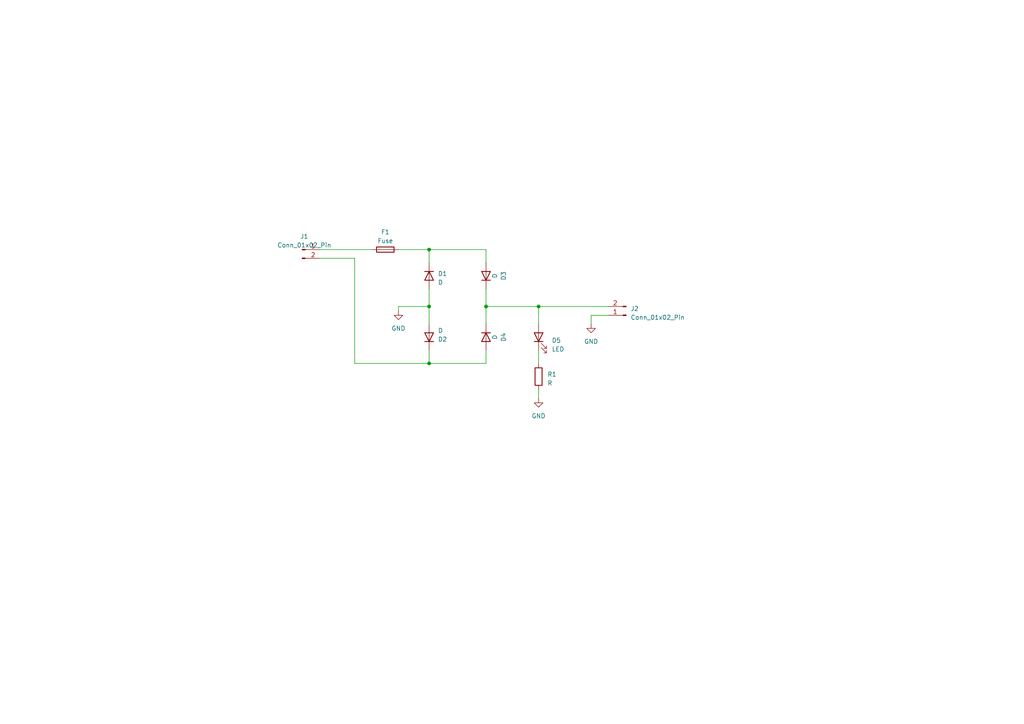
<source format=kicad_sch>
(kicad_sch (version 20230121) (generator eeschema)
  (paper "A4")
  (lib_symbols
    (symbol "Connector:Conn_01x02_Pin" (pin_names (offset 1.016) hide)
      (property "Reference" "J" (at 0 2.54 0))
      (property "Value" "Conn_01x02_Pin" (at 0 -5.08 0))
      (symbol "Conn_01x02_Pin_1_1"
        (polyline (pts (xy 1.27 -2.54) (xy 0.8636 -2.54)) (stroke (width 0.1524)))
        (polyline (pts (xy 1.27 0) (xy 0.8636 0)) (stroke (width 0.1524)))
        (rectangle (start 0.8636 -2.413) (end 0 -2.667) (stroke (width 0.1524)) (fill (type outline)))
        (rectangle (start 0.8636 0.127) (end 0 -0.127) (stroke (width 0.1524)) (fill (type outline)))
        (pin passive line (at 5.08 0 180) (length 3.81) (name "Pin_1") (number "1"))
        (pin passive line (at 5.08 -2.54 180) (length 3.81) (name "Pin_2") (number "2"))
      )
    )
    (symbol "Device:D" (pin_numbers hide) (pin_names (offset 1.016) hide)
      (property "Reference" "D" (at 0 2.54 0))
      (property "Value" "D" (at 0 -2.54 0))
      (symbol "D_0_1"
        (polyline (pts (xy -1.27 1.27) (xy -1.27 -1.27)) (stroke (width 0.254)))
        (polyline (pts (xy 1.27 0) (xy -1.27 0)))
        (polyline (pts (xy 1.27 1.27) (xy 1.27 -1.27) (xy -1.27 0) (xy 1.27 1.27)) (stroke (width 0.254)))
      )
      (symbol "D_1_1"
        (pin passive line (at -3.81 0 0) (length 2.54) (name "K") (number "1"))
        (pin passive line (at 3.81 0 180) (length 2.54) (name "A") (number "2"))
      )
    )
    (symbol "Device:Fuse" (pin_numbers hide) (pin_names (offset 0))
      (property "Reference" "F" (at 2.032 0 90))
      (property "Value" "Fuse" (at -1.905 0 90))
      (symbol "Fuse_0_1"
        (rectangle (start -0.762 -2.54) (end 0.762 2.54) (stroke (width 0.254)))
        (polyline (pts (xy 0 2.54) (xy 0 -2.54)))
      )
      (symbol "Fuse_1_1"
        (pin passive line (at 0 3.81 270) (length 1.27) (name "~") (number "1"))
        (pin passive line (at 0 -3.81 90) (length 1.27) (name "~") (number "2"))
      )
    )
    (symbol "Device:LED" (pin_numbers hide) (pin_names (offset 1.016) hide)
      (property "Reference" "D" (at 0 2.54 0))
      (property "Value" "LED" (at 0 -2.54 0))
      (symbol "LED_0_1"
        (polyline (pts (xy -1.27 -1.27) (xy -1.27 1.27)) (stroke (width 0.254)))
        (polyline (pts (xy -1.27 0) (xy 1.27 0)))
        (polyline (pts (xy 1.27 -1.27) (xy 1.27 1.27) (xy -1.27 0) (xy 1.27 -1.27)) (stroke (width 0.254)))
        (polyline (pts (xy -3.048 -0.762) (xy -4.572 -2.286) (xy -3.81 -2.286) (xy -4.572 -2.286) (xy -4.572 -1.524)))
        (polyline (pts (xy -1.778 -0.762) (xy -3.302 -2.286) (xy -2.54 -2.286) (xy -3.302 -2.286) (xy -3.302 -1.524)))
      )
      (symbol "LED_1_1"
        (pin passive line (at -3.81 0 0) (length 2.54) (name "K") (number "1"))
        (pin passive line (at 3.81 0 180) (length 2.54) (name "A") (number "2"))
      )
    )
    (symbol "Device:R" (pin_numbers hide) (pin_names (offset 0))
      (property "Reference" "R" (at 2.032 0 90))
      (property "Value" "R" (at 0 0 90))
      (symbol "R_0_1"
        (rectangle (start -1.016 -2.54) (end 1.016 2.54) (stroke (width 0.254)))
      )
      (symbol "R_1_1"
        (pin passive line (at 0 3.81 270) (length 1.27) (name "~") (number "1"))
        (pin passive line (at 0 -3.81 90) (length 1.27) (name "~") (number "2"))
      )
    )
    (symbol "power:GND" (power) (pin_names (offset 0))
      (property "Value" "GND" (at 0 -3.81 0))
      (symbol "GND_0_1"
        (polyline (pts (xy 0 0) (xy 0 -1.27) (xy 1.27 -1.27) (xy 0 -2.54) (xy -1.27 -1.27) (xy 0 -1.27)))
      )
      (symbol "GND_1_1"
        (pin power_in line (at 0 0 270) (length 0) hide (name "GND") (number "1"))
      )
    )
  )
  (junction (at 124.46 72.39))
  (junction (at 140.97 88.9))
  (junction (at 124.46 105.41))
  (junction (at 124.46 88.9))
  (junction (at 156.21 88.9))
  (wire (pts (xy 140.97 88.9) (xy 140.97 93.98)))
  (wire (pts (xy 124.46 76.2) (xy 124.46 72.39)))
  (wire (pts (xy 115.57 88.9) (xy 124.46 88.9)))
  (wire (pts (xy 92.71 72.39) (xy 107.95 72.39)))
  (wire (pts (xy 124.46 101.6) (xy 124.46 105.41)))
  (wire (pts (xy 124.46 72.39) (xy 140.97 72.39)))
  (wire (pts (xy 115.57 90.17) (xy 115.57 88.9)))
  (wire (pts (xy 140.97 72.39) (xy 140.97 76.2)))
  (wire (pts (xy 92.71 74.93) (xy 102.87 74.93)))
  (wire (pts (xy 176.53 91.44) (xy 171.45 91.44)))
  (wire (pts (xy 140.97 88.9) (xy 140.97 83.82)))
  (wire (pts (xy 156.21 101.6) (xy 156.21 105.41)))
  (wire (pts (xy 102.87 105.41) (xy 124.46 105.41)))
  (wire (pts (xy 140.97 105.41) (xy 140.97 101.6)))
  (wire (pts (xy 102.87 74.93) (xy 102.87 105.41)))
  (wire (pts (xy 124.46 88.9) (xy 124.46 93.98)))
  (wire (pts (xy 115.57 72.39) (xy 124.46 72.39)))
  (wire (pts (xy 171.45 91.44) (xy 171.45 93.98)))
  (wire (pts (xy 176.53 88.9) (xy 156.21 88.9)))
  (wire (pts (xy 156.21 88.9) (xy 156.21 93.98)))
  (wire (pts (xy 156.21 113.03) (xy 156.21 115.57)))
  (wire (pts (xy 156.21 88.9) (xy 140.97 88.9)))
  (wire (pts (xy 124.46 83.82) (xy 124.46 88.9)))
  (wire (pts (xy 124.46 105.41) (xy 140.97 105.41)))
  (symbol (lib_id "Device:D") (at 140.97 97.79 90) (mirror x) (unit 1)
    (property "Reference" "D4" (at 146.05 97.79 0))
    (property "Value" "D" (at 143.51 97.79 0))
    (property "Footprint" "Diode_THT:D_5W_P10.16mm_Horizontal" (effects hide))
    (property "Sim.Device" "D" (effects hide))
    (property "Sim.Pins" "1=K 2=A" (effects hide))
  )
  (symbol (lib_id "power:GND") (at 156.21 115.57 0) (unit 1)
    (property "Reference" "#PWR02" (effects hide))
    (property "Value" "GND" (at 156.21 120.65 0))
  )
  (symbol (lib_id "power:GND") (at 171.45 93.98 0) (unit 1)
    (property "Reference" "#PWR03" (effects hide))
    (property "Value" "GND" (at 171.45 99.06 0))
  )
  (symbol (lib_id "Device:D") (at 140.97 80.01 90) (unit 1)
    (property "Reference" "D3" (at 146.05 80.01 0))
    (property "Value" "D" (at 143.51 80.01 0))
    (property "Footprint" "Diode_THT:D_5W_P10.16mm_Horizontal" (effects hide))
    (property "Sim.Device" "D" (effects hide))
    (property "Sim.Pins" "1=K 2=A" (effects hide))
  )
  (symbol (lib_id "Connector:Conn_01x02_Pin") (at 181.61 91.44 180) (unit 1)
    (property "Reference" "J2" (at 182.88 89.535 0) (effects (justify right)))
    (property "Value" "Conn_01x02_Pin" (at 182.88 92.075 0) (effects (justify right)))
    (property "Footprint" "TerminalBlock_Altech:Altech_AK300_1x02_P5.00mm_45-Degree" (effects hide))
  )
  (symbol (lib_id "power:GND") (at 115.57 90.17 0) (unit 1)
    (property "Reference" "#PWR01" (effects hide))
    (property "Value" "GND" (at 115.57 95.25 0))
  )
  (symbol (lib_id "Device:R") (at 156.21 109.22 0) (unit 1)
    (property "Reference" "R1" (at 158.75 108.585 0) (effects (justify left)))
    (property "Value" "R" (at 158.75 111.125 0) (effects (justify left)))
    (property "Footprint" "Resistor_THT:R_Axial_DIN0411_L9.9mm_D3.6mm_P15.24mm_Horizontal" (effects hide))
  )
  (symbol (lib_id "Device:D") (at 124.46 80.01 270) (unit 1)
    (property "Reference" "D1" (at 127 79.375 90) (effects (justify left)))
    (property "Value" "D" (at 127 81.915 90) (effects (justify left)))
    (property "Footprint" "Diode_THT:D_5W_P10.16mm_Horizontal" (effects hide))
    (property "Sim.Device" "D" (effects hide))
    (property "Sim.Pins" "1=K 2=A" (effects hide))
  )
  (symbol (lib_id "Device:LED") (at 156.21 97.79 90) (unit 1)
    (property "Reference" "D5" (at 160.02 98.7425 90) (effects (justify right)))
    (property "Value" "LED" (at 160.02 101.2825 90) (effects (justify right)))
    (property "Footprint" "LED_THT:LED_D3.0mm" (effects hide))
  )
  (symbol (lib_id "Connector:Conn_01x02_Pin") (at 87.63 72.39 0) (unit 1)
    (property "Reference" "J1" (at 88.265 68.58 0))
    (property "Value" "Conn_01x02_Pin" (at 88.265 71.12 0))
    (property "Footprint" "TerminalBlock_Altech:Altech_AK300_1x02_P5.00mm_45-Degree" (effects hide))
  )
  (symbol (lib_id "Device:D") (at 124.46 97.79 270) (mirror x) (unit 1)
    (property "Reference" "D2" (at 127 98.425 90) (effects (justify left)))
    (property "Value" "D" (at 127 95.885 90) (effects (justify left)))
    (property "Footprint" "Diode_THT:D_5W_P10.16mm_Horizontal" (effects hide))
    (property "Sim.Device" "D" (effects hide))
    (property "Sim.Pins" "1=K 2=A" (effects hide))
  )
  (symbol (lib_id "Device:Fuse") (at 111.76 72.39 90) (unit 1)
    (property "Reference" "F1" (at 111.76 67.31 90))
    (property "Value" "Fuse" (at 111.76 69.85 90))
    (property "Footprint" "Fuse:Fuse_Blade_ATO_directSolder" (effects hide))
  )
)
</source>
